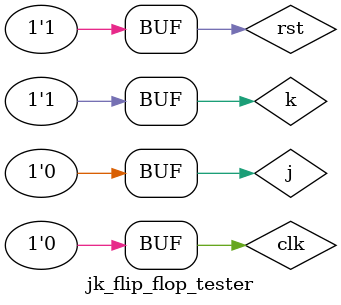
<source format=v>
module jk_flip_flop_tester;
	reg j,k,clk,rst;
	wire q;
	jk_flip_flop jkff(j,k,clk,rst,q);
	initial
		begin
			clk=0;
			repeat(30)
			#10
			clk=~clk;
		end

	initial
		begin
			j=0; k=0;rst=1;
			#10
			j=0; k=1;rst=0;
			#10
			j=1; k=0;rst=1;
			#10
			j=1; k=1;rst=0;
			#10
			j=0; k=0;
			#10
			j=1; k=0;
			#10
			j=0; k=1; rst=1;
		end
endmodule
</source>
